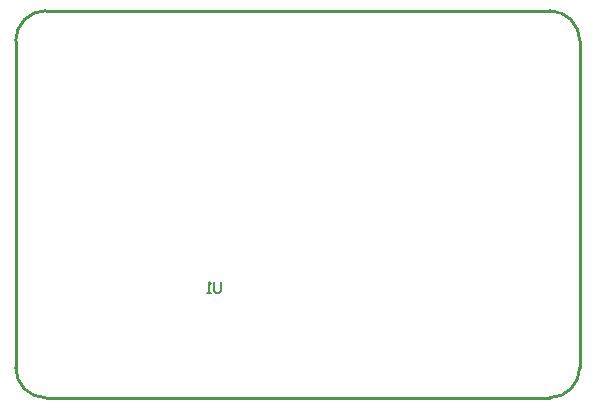
<source format=gm1>
G04*
G04 #@! TF.GenerationSoftware,Altium Limited,Altium Designer,25.1.2 (22)*
G04*
G04 Layer_Color=16711935*
%FSLAX25Y25*%
%MOIN*%
G70*
G04*
G04 #@! TF.SameCoordinates,A6D80DD8-A6EF-48C5-BEAB-CD18D09DD35D*
G04*
G04*
G04 #@! TF.FilePolarity,Positive*
G04*
G01*
G75*
%ADD10C,0.01000*%
%ADD14C,0.00800*%
D10*
X404000Y475000D02*
G03*
X394000Y485000I-10000J0D01*
G01*
Y356000D02*
G03*
X404000Y366000I0J10000D01*
G01*
X226000Y485000D02*
G03*
X216000Y475000I0J-10000D01*
G01*
Y366000D02*
G03*
X226000Y356000I10000J0D01*
G01*
X394000D01*
X226000Y485000D02*
X394000D01*
X404000Y366000D02*
Y475000D01*
X216000Y366000D02*
Y475000D01*
D14*
X284500Y394499D02*
Y391583D01*
X283917Y391000D01*
X282751D01*
X282167Y391583D01*
Y394499D01*
X281001Y391000D02*
X279835D01*
X280418D01*
Y394499D01*
X281001Y393916D01*
M02*

</source>
